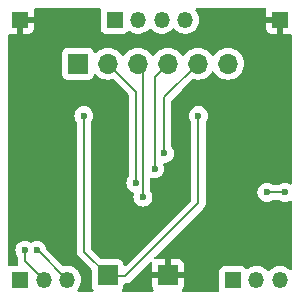
<source format=gbr>
%TF.GenerationSoftware,KiCad,Pcbnew,8.0.3*%
%TF.CreationDate,2024-07-13T19:45:59+02:00*%
%TF.ProjectId,Shift Register Board,53686966-7420-4526-9567-697374657220,rev?*%
%TF.SameCoordinates,Original*%
%TF.FileFunction,Copper,L1,Top*%
%TF.FilePolarity,Positive*%
%FSLAX46Y46*%
G04 Gerber Fmt 4.6, Leading zero omitted, Abs format (unit mm)*
G04 Created by KiCad (PCBNEW 8.0.3) date 2024-07-13 19:45:59*
%MOMM*%
%LPD*%
G01*
G04 APERTURE LIST*
%TA.AperFunction,ComponentPad*%
%ADD10R,1.350000X1.350000*%
%TD*%
%TA.AperFunction,ComponentPad*%
%ADD11O,1.350000X1.350000*%
%TD*%
%TA.AperFunction,ComponentPad*%
%ADD12R,1.700000X1.700000*%
%TD*%
%TA.AperFunction,ComponentPad*%
%ADD13O,1.700000X1.700000*%
%TD*%
%TA.AperFunction,ViaPad*%
%ADD14C,0.600000*%
%TD*%
%TA.AperFunction,Conductor*%
%ADD15C,0.200000*%
%TD*%
G04 APERTURE END LIST*
D10*
%TO.P,J5,1,Pin_1*%
%TO.N,GND*%
X74000000Y-61900000D03*
%TD*%
%TO.P,J4,1,Pin_1*%
%TO.N,GND*%
X52000000Y-61900000D03*
%TD*%
%TO.P,J2,1,Pin_1*%
%TO.N,Net-(J2-Pin_1)*%
X70000000Y-83900000D03*
D11*
%TO.P,J2,2,Pin_2*%
%TO.N,Net-(J2-Pin_2)*%
X72000000Y-83900000D03*
%TO.P,J2,3,Pin_3*%
%TO.N,Net-(J2-Pin_3)*%
X74000000Y-83900000D03*
%TD*%
D10*
%TO.P,J1,1,Pin_1*%
%TO.N,Net-(J1-Pin_1)*%
X59999999Y-61900000D03*
D11*
%TO.P,J1,2,Pin_2*%
%TO.N,Net-(J1-Pin_2)*%
X61999999Y-61900000D03*
%TO.P,J1,3,Pin_3*%
%TO.N,Net-(J1-Pin_3)*%
X63999999Y-61900000D03*
%TO.P,J1,4,Pin_4*%
%TO.N,Net-(J1-Pin_4)*%
X65999999Y-61900000D03*
%TD*%
D10*
%TO.P,J3,1,Pin_1*%
%TO.N,Net-(J3-Pin_1)*%
X52000000Y-83900000D03*
D11*
%TO.P,J3,2,Pin_2*%
%TO.N,Net-(J3-Pin_2)*%
X54000000Y-83900000D03*
%TO.P,J3,3,Pin_3*%
%TO.N,Net-(J3-Pin_3)*%
X56000000Y-83900000D03*
%TD*%
D12*
%TO.P,J6,1,Pin_1*%
%TO.N,DATA*%
X56900000Y-65600000D03*
D13*
%TO.P,J6,2,Pin_2*%
%TO.N,SR_CLK*%
X59440000Y-65600000D03*
%TO.P,J6,3,Pin_3*%
%TO.N,SR_CLR*%
X61979999Y-65600000D03*
%TO.P,J6,4,Pin_4*%
%TO.N,LOAD*%
X64520000Y-65600000D03*
%TO.P,J6,5,Pin_5*%
%TO.N,OE*%
X67060000Y-65600000D03*
%TO.P,J6,6,Pin_6*%
%TO.N,DATA_OUT*%
X69600000Y-65600000D03*
%TD*%
D12*
%TO.P,J8,1,Pin_1*%
%TO.N,GND*%
X64500000Y-83500000D03*
%TD*%
%TO.P,J7,1,Pin_1*%
%TO.N,+5V*%
X59400000Y-83500000D03*
%TD*%
D14*
%TO.N,GND*%
X54500000Y-68400000D03*
X65900000Y-68300000D03*
%TO.N,Net-(J2-Pin_3)*%
X72900000Y-76500000D03*
X74400000Y-76500000D03*
%TO.N,+5V*%
X67100000Y-70000000D03*
X57400000Y-70000000D03*
%TO.N,GND*%
X72800000Y-79400000D03*
X62400000Y-79400000D03*
%TO.N,SR_CLK*%
X61800000Y-75700000D03*
%TO.N,SR_CLR*%
X62400000Y-76900000D03*
%TO.N,LOAD*%
X63400000Y-74500000D03*
%TO.N,OE*%
X64200000Y-73200000D03*
%TO.N,Net-(J3-Pin_2)*%
X52400000Y-81400000D03*
%TO.N,Net-(J3-Pin_3)*%
X53400000Y-81400000D03*
%TD*%
D15*
%TO.N,+5V*%
X57400000Y-81500000D02*
X57400000Y-70000000D01*
X60900000Y-83600000D02*
X59500000Y-83600000D01*
X59500000Y-83600000D02*
X57400000Y-81500000D01*
X67100000Y-77400000D02*
X60900000Y-83600000D01*
X67100000Y-70000000D02*
X67100000Y-77400000D01*
%TO.N,Net-(J2-Pin_3)*%
X72900000Y-76500000D02*
X74400000Y-76500000D01*
%TO.N,OE*%
X64200000Y-68460000D02*
X64200000Y-73200000D01*
X67060000Y-65600000D02*
X64200000Y-68460000D01*
%TO.N,LOAD*%
X63400000Y-66720000D02*
X63400000Y-74500000D01*
X64520000Y-65600000D02*
X63400000Y-66720000D01*
%TO.N,SR_CLR*%
X62400000Y-66020001D02*
X62400000Y-76900000D01*
X61979999Y-65600000D02*
X62400000Y-66020001D01*
%TO.N,SR_CLK*%
X61800000Y-67960000D02*
X61800000Y-75700000D01*
X59440000Y-65600000D02*
X61800000Y-67960000D01*
%TO.N,Net-(J3-Pin_3)*%
X53500000Y-81400000D02*
X53400000Y-81400000D01*
X56000000Y-83900000D02*
X53500000Y-81400000D01*
%TO.N,Net-(J3-Pin_2)*%
X52400000Y-82300000D02*
X52400000Y-81400000D01*
X54000000Y-83900000D02*
X52400000Y-82300000D01*
%TD*%
%TA.AperFunction,Conductor*%
%TO.N,GND*%
G36*
X58800296Y-60920185D02*
G01*
X58846051Y-60972989D01*
X58855995Y-61042147D01*
X58849439Y-61067834D01*
X58830907Y-61117518D01*
X58824500Y-61177116D01*
X58824499Y-61177135D01*
X58824499Y-62622870D01*
X58824500Y-62622876D01*
X58830907Y-62682483D01*
X58881201Y-62817328D01*
X58881205Y-62817335D01*
X58967451Y-62932544D01*
X58967454Y-62932547D01*
X59082663Y-63018793D01*
X59082670Y-63018797D01*
X59217516Y-63069091D01*
X59217515Y-63069091D01*
X59224443Y-63069835D01*
X59277126Y-63075500D01*
X60722871Y-63075499D01*
X60782482Y-63069091D01*
X60917330Y-63018796D01*
X61032545Y-62932546D01*
X61094784Y-62849404D01*
X61150717Y-62807535D01*
X61220409Y-62802551D01*
X61277587Y-62832078D01*
X61288567Y-62842088D01*
X61288569Y-62842089D01*
X61288570Y-62842090D01*
X61473785Y-62956770D01*
X61473791Y-62956773D01*
X61496663Y-62965633D01*
X61676930Y-63035470D01*
X61891073Y-63075500D01*
X61891075Y-63075500D01*
X62108923Y-63075500D01*
X62108925Y-63075500D01*
X62323068Y-63035470D01*
X62526209Y-62956772D01*
X62711431Y-62842088D01*
X62872426Y-62695322D01*
X62901046Y-62657422D01*
X62957152Y-62615787D01*
X63026864Y-62611094D01*
X63088047Y-62644836D01*
X63098945Y-62657414D01*
X63127572Y-62695322D01*
X63288567Y-62842088D01*
X63288574Y-62842092D01*
X63288575Y-62842093D01*
X63473785Y-62956770D01*
X63473791Y-62956773D01*
X63496663Y-62965633D01*
X63676930Y-63035470D01*
X63891073Y-63075500D01*
X63891075Y-63075500D01*
X64108923Y-63075500D01*
X64108925Y-63075500D01*
X64323068Y-63035470D01*
X64526209Y-62956772D01*
X64711431Y-62842088D01*
X64872426Y-62695322D01*
X64901046Y-62657422D01*
X64957152Y-62615787D01*
X65026864Y-62611094D01*
X65088047Y-62644836D01*
X65098945Y-62657414D01*
X65127572Y-62695322D01*
X65288567Y-62842088D01*
X65288574Y-62842092D01*
X65288575Y-62842093D01*
X65473785Y-62956770D01*
X65473791Y-62956773D01*
X65496663Y-62965633D01*
X65676930Y-63035470D01*
X65891073Y-63075500D01*
X65891075Y-63075500D01*
X66108923Y-63075500D01*
X66108925Y-63075500D01*
X66323068Y-63035470D01*
X66526209Y-62956772D01*
X66711431Y-62842088D01*
X66872426Y-62695322D01*
X67003711Y-62521472D01*
X67100816Y-62326459D01*
X67160434Y-62116923D01*
X67180535Y-61900000D01*
X67160434Y-61683077D01*
X67100816Y-61473541D01*
X67003711Y-61278528D01*
X66872426Y-61104678D01*
X66872425Y-61104677D01*
X66868971Y-61100103D01*
X66870912Y-61098636D01*
X66844877Y-61045266D01*
X66853057Y-60975877D01*
X66897452Y-60921925D01*
X66963969Y-60900540D01*
X66967126Y-60900500D01*
X72733791Y-60900500D01*
X72800830Y-60920185D01*
X72846585Y-60972989D01*
X72856529Y-61042147D01*
X72849973Y-61067834D01*
X72831402Y-61117623D01*
X72831401Y-61117627D01*
X72825000Y-61177155D01*
X72825000Y-61650000D01*
X73684314Y-61650000D01*
X73679920Y-61654394D01*
X73627259Y-61745606D01*
X73600000Y-61847339D01*
X73600000Y-61952661D01*
X73627259Y-62054394D01*
X73679920Y-62145606D01*
X73684314Y-62150000D01*
X72825000Y-62150000D01*
X72825000Y-62622844D01*
X72831401Y-62682372D01*
X72831403Y-62682379D01*
X72881645Y-62817086D01*
X72881649Y-62817093D01*
X72967809Y-62932187D01*
X72967812Y-62932190D01*
X73082906Y-63018350D01*
X73082913Y-63018354D01*
X73217620Y-63068596D01*
X73217627Y-63068598D01*
X73277155Y-63074999D01*
X73277172Y-63075000D01*
X73750000Y-63075000D01*
X73750000Y-62215686D01*
X73754394Y-62220080D01*
X73845606Y-62272741D01*
X73947339Y-62300000D01*
X74052661Y-62300000D01*
X74154394Y-62272741D01*
X74245606Y-62220080D01*
X74250000Y-62215686D01*
X74250000Y-63075000D01*
X74722828Y-63075000D01*
X74722844Y-63074999D01*
X74782372Y-63068598D01*
X74782376Y-63068597D01*
X74832166Y-63050027D01*
X74901858Y-63045043D01*
X74963181Y-63078528D01*
X74996666Y-63139851D01*
X74999500Y-63166209D01*
X74999500Y-75706921D01*
X74979815Y-75773960D01*
X74927011Y-75819715D01*
X74857853Y-75829659D01*
X74809528Y-75811915D01*
X74749523Y-75774211D01*
X74579254Y-75714631D01*
X74579249Y-75714630D01*
X74400004Y-75694435D01*
X74399996Y-75694435D01*
X74220750Y-75714630D01*
X74220745Y-75714631D01*
X74050476Y-75774211D01*
X73897736Y-75870185D01*
X73894903Y-75872445D01*
X73892724Y-75873334D01*
X73891842Y-75873889D01*
X73891744Y-75873734D01*
X73830217Y-75898855D01*
X73817588Y-75899500D01*
X73482412Y-75899500D01*
X73415373Y-75879815D01*
X73405097Y-75872445D01*
X73402263Y-75870185D01*
X73402262Y-75870184D01*
X73309528Y-75811915D01*
X73249523Y-75774211D01*
X73079254Y-75714631D01*
X73079249Y-75714630D01*
X72900004Y-75694435D01*
X72899996Y-75694435D01*
X72720750Y-75714630D01*
X72720745Y-75714631D01*
X72550476Y-75774211D01*
X72397737Y-75870184D01*
X72270184Y-75997737D01*
X72174211Y-76150476D01*
X72114631Y-76320745D01*
X72114630Y-76320750D01*
X72094435Y-76499996D01*
X72094435Y-76500003D01*
X72114630Y-76679249D01*
X72114631Y-76679254D01*
X72174211Y-76849523D01*
X72205926Y-76899996D01*
X72270184Y-77002262D01*
X72397738Y-77129816D01*
X72550478Y-77225789D01*
X72618306Y-77249523D01*
X72720745Y-77285368D01*
X72720750Y-77285369D01*
X72899996Y-77305565D01*
X72900000Y-77305565D01*
X72900004Y-77305565D01*
X73079249Y-77285369D01*
X73079252Y-77285368D01*
X73079255Y-77285368D01*
X73249522Y-77225789D01*
X73402262Y-77129816D01*
X73402267Y-77129810D01*
X73405097Y-77127555D01*
X73407275Y-77126665D01*
X73408158Y-77126111D01*
X73408255Y-77126265D01*
X73469783Y-77101145D01*
X73482412Y-77100500D01*
X73817588Y-77100500D01*
X73884627Y-77120185D01*
X73894903Y-77127555D01*
X73897736Y-77129814D01*
X73897738Y-77129816D01*
X74050478Y-77225789D01*
X74118306Y-77249523D01*
X74220745Y-77285368D01*
X74220750Y-77285369D01*
X74399996Y-77305565D01*
X74400000Y-77305565D01*
X74400004Y-77305565D01*
X74579249Y-77285369D01*
X74579252Y-77285368D01*
X74579255Y-77285368D01*
X74749522Y-77225789D01*
X74809527Y-77188084D01*
X74876763Y-77169084D01*
X74943599Y-77189451D01*
X74988813Y-77242718D01*
X74999500Y-77293078D01*
X74999500Y-82939687D01*
X74979815Y-83006726D01*
X74927011Y-83052481D01*
X74857853Y-83062425D01*
X74794297Y-83033400D01*
X74791963Y-83031325D01*
X74756213Y-82998735D01*
X74711432Y-82957912D01*
X74711425Y-82957908D01*
X74711423Y-82957906D01*
X74526213Y-82843229D01*
X74526207Y-82843226D01*
X74441113Y-82810260D01*
X74323069Y-82764530D01*
X74108926Y-82724500D01*
X73891074Y-82724500D01*
X73676931Y-82764530D01*
X73633896Y-82781202D01*
X73473792Y-82843226D01*
X73473786Y-82843229D01*
X73288576Y-82957906D01*
X73288566Y-82957913D01*
X73127573Y-83104676D01*
X73098953Y-83142576D01*
X73042844Y-83184211D01*
X72973132Y-83188902D01*
X72911950Y-83155159D01*
X72901047Y-83142576D01*
X72872426Y-83104676D01*
X72711433Y-82957913D01*
X72711423Y-82957906D01*
X72526213Y-82843229D01*
X72526207Y-82843226D01*
X72441113Y-82810260D01*
X72323069Y-82764530D01*
X72108926Y-82724500D01*
X71891074Y-82724500D01*
X71676931Y-82764530D01*
X71633896Y-82781202D01*
X71473792Y-82843226D01*
X71473786Y-82843229D01*
X71288565Y-82957913D01*
X71277585Y-82967923D01*
X71214780Y-82998537D01*
X71145393Y-82990336D01*
X71094785Y-82950594D01*
X71057108Y-82900265D01*
X71032546Y-82867454D01*
X71032544Y-82867453D01*
X71032544Y-82867452D01*
X70917335Y-82781206D01*
X70917328Y-82781202D01*
X70782482Y-82730908D01*
X70782483Y-82730908D01*
X70722883Y-82724501D01*
X70722881Y-82724500D01*
X70722873Y-82724500D01*
X70722864Y-82724500D01*
X69277129Y-82724500D01*
X69277123Y-82724501D01*
X69217516Y-82730908D01*
X69082671Y-82781202D01*
X69082664Y-82781206D01*
X68967455Y-82867452D01*
X68967452Y-82867455D01*
X68881206Y-82982664D01*
X68881202Y-82982671D01*
X68830908Y-83117517D01*
X68824501Y-83177116D01*
X68824500Y-83177135D01*
X68824500Y-84622870D01*
X68824501Y-84622876D01*
X68830908Y-84682481D01*
X68849440Y-84732166D01*
X68854424Y-84801858D01*
X68820939Y-84863181D01*
X68759616Y-84896666D01*
X68733258Y-84899500D01*
X65810947Y-84899500D01*
X65743908Y-84879815D01*
X65698153Y-84827011D01*
X65688209Y-84757853D01*
X65711681Y-84701189D01*
X65793350Y-84592093D01*
X65793354Y-84592086D01*
X65843596Y-84457379D01*
X65843598Y-84457372D01*
X65849999Y-84397844D01*
X65850000Y-84397827D01*
X65850000Y-83750000D01*
X64933012Y-83750000D01*
X64965925Y-83692993D01*
X65000000Y-83565826D01*
X65000000Y-83434174D01*
X64965925Y-83307007D01*
X64933012Y-83250000D01*
X65850000Y-83250000D01*
X65850000Y-82602172D01*
X65849999Y-82602155D01*
X65843598Y-82542627D01*
X65843596Y-82542620D01*
X65793354Y-82407913D01*
X65793350Y-82407906D01*
X65707190Y-82292812D01*
X65707187Y-82292809D01*
X65592093Y-82206649D01*
X65592086Y-82206645D01*
X65457379Y-82156403D01*
X65457372Y-82156401D01*
X65397844Y-82150000D01*
X64750000Y-82150000D01*
X64750000Y-83066988D01*
X64692993Y-83034075D01*
X64565826Y-83000000D01*
X64434174Y-83000000D01*
X64307007Y-83034075D01*
X64250000Y-83066988D01*
X64250000Y-82150000D01*
X63602155Y-82150000D01*
X63542627Y-82156401D01*
X63542620Y-82156403D01*
X63518835Y-82165274D01*
X63449143Y-82170257D01*
X63387820Y-82136770D01*
X63354337Y-82075446D01*
X63359323Y-82005754D01*
X63387821Y-81961412D01*
X67468713Y-77880521D01*
X67468716Y-77880520D01*
X67580520Y-77768716D01*
X67630639Y-77681904D01*
X67659577Y-77631785D01*
X67700500Y-77479057D01*
X67700500Y-77320943D01*
X67700500Y-70582412D01*
X67720185Y-70515373D01*
X67727555Y-70505097D01*
X67729810Y-70502267D01*
X67729816Y-70502262D01*
X67825789Y-70349522D01*
X67885368Y-70179255D01*
X67905565Y-70000000D01*
X67885368Y-69820745D01*
X67825789Y-69650478D01*
X67729816Y-69497738D01*
X67602262Y-69370184D01*
X67449523Y-69274211D01*
X67279254Y-69214631D01*
X67279249Y-69214630D01*
X67100004Y-69194435D01*
X67099996Y-69194435D01*
X66920750Y-69214630D01*
X66920745Y-69214631D01*
X66750476Y-69274211D01*
X66597737Y-69370184D01*
X66470184Y-69497737D01*
X66374211Y-69650476D01*
X66314631Y-69820745D01*
X66314630Y-69820750D01*
X66294435Y-69999996D01*
X66294435Y-70000003D01*
X66314630Y-70179249D01*
X66314631Y-70179254D01*
X66374211Y-70349523D01*
X66470185Y-70502263D01*
X66472445Y-70505097D01*
X66473334Y-70507275D01*
X66473889Y-70508158D01*
X66473734Y-70508255D01*
X66498855Y-70569783D01*
X66499500Y-70582412D01*
X66499500Y-77099902D01*
X66479815Y-77166941D01*
X66463181Y-77187583D01*
X60962180Y-82688584D01*
X60900857Y-82722069D01*
X60831165Y-82717085D01*
X60775232Y-82675213D01*
X60750815Y-82609749D01*
X60750630Y-82604589D01*
X60750499Y-82602141D01*
X60750499Y-82602128D01*
X60744091Y-82542517D01*
X60740088Y-82531785D01*
X60693797Y-82407671D01*
X60693793Y-82407664D01*
X60607547Y-82292455D01*
X60607544Y-82292452D01*
X60492335Y-82206206D01*
X60492328Y-82206202D01*
X60357482Y-82155908D01*
X60357483Y-82155908D01*
X60297883Y-82149501D01*
X60297881Y-82149500D01*
X60297873Y-82149500D01*
X60297865Y-82149500D01*
X58950097Y-82149500D01*
X58883058Y-82129815D01*
X58862416Y-82113181D01*
X58036819Y-81287584D01*
X58003334Y-81226261D01*
X58000500Y-81199903D01*
X58000500Y-70582412D01*
X58020185Y-70515373D01*
X58027555Y-70505097D01*
X58029810Y-70502267D01*
X58029816Y-70502262D01*
X58125789Y-70349522D01*
X58185368Y-70179255D01*
X58205565Y-70000000D01*
X58185368Y-69820745D01*
X58125789Y-69650478D01*
X58029816Y-69497738D01*
X57902262Y-69370184D01*
X57749523Y-69274211D01*
X57579254Y-69214631D01*
X57579249Y-69214630D01*
X57400004Y-69194435D01*
X57399996Y-69194435D01*
X57220750Y-69214630D01*
X57220745Y-69214631D01*
X57050476Y-69274211D01*
X56897737Y-69370184D01*
X56770184Y-69497737D01*
X56674211Y-69650476D01*
X56614631Y-69820745D01*
X56614630Y-69820750D01*
X56594435Y-69999996D01*
X56594435Y-70000003D01*
X56614630Y-70179249D01*
X56614631Y-70179254D01*
X56674211Y-70349523D01*
X56770185Y-70502263D01*
X56772445Y-70505097D01*
X56773334Y-70507275D01*
X56773889Y-70508158D01*
X56773734Y-70508255D01*
X56798855Y-70569783D01*
X56799500Y-70582412D01*
X56799500Y-81413330D01*
X56799499Y-81413348D01*
X56799499Y-81579054D01*
X56799498Y-81579054D01*
X56840423Y-81731785D01*
X56869358Y-81781900D01*
X56869359Y-81781904D01*
X56869360Y-81781904D01*
X56919479Y-81868714D01*
X56919481Y-81868717D01*
X57038349Y-81987585D01*
X57038355Y-81987590D01*
X58013181Y-82962416D01*
X58046666Y-83023739D01*
X58049500Y-83050097D01*
X58049500Y-84397870D01*
X58049501Y-84397876D01*
X58055908Y-84457483D01*
X58106202Y-84592328D01*
X58106206Y-84592335D01*
X58187695Y-84701189D01*
X58212113Y-84766653D01*
X58197262Y-84834926D01*
X58147857Y-84884332D01*
X58088429Y-84899500D01*
X56967127Y-84899500D01*
X56900088Y-84879815D01*
X56854333Y-84827011D01*
X56844389Y-84757853D01*
X56870373Y-84700955D01*
X56868972Y-84699897D01*
X56872427Y-84695322D01*
X57003712Y-84521472D01*
X57100817Y-84326459D01*
X57160435Y-84116923D01*
X57180536Y-83900000D01*
X57160435Y-83683077D01*
X57100817Y-83473541D01*
X57003712Y-83278528D01*
X56872427Y-83104678D01*
X56845016Y-83079690D01*
X56755996Y-82998537D01*
X56711432Y-82957912D01*
X56711428Y-82957909D01*
X56711423Y-82957906D01*
X56526213Y-82843229D01*
X56526207Y-82843226D01*
X56441113Y-82810260D01*
X56323069Y-82764530D01*
X56108926Y-82724500D01*
X55891074Y-82724500D01*
X55891073Y-82724500D01*
X55772209Y-82746718D01*
X55702694Y-82739686D01*
X55661745Y-82712510D01*
X54213663Y-81264428D01*
X54184303Y-81217704D01*
X54125789Y-81050478D01*
X54029816Y-80897738D01*
X53902262Y-80770184D01*
X53834027Y-80727309D01*
X53749523Y-80674211D01*
X53579254Y-80614631D01*
X53579249Y-80614630D01*
X53400004Y-80594435D01*
X53399996Y-80594435D01*
X53220750Y-80614630D01*
X53220737Y-80614633D01*
X53050479Y-80674209D01*
X52965971Y-80727309D01*
X52898734Y-80746309D01*
X52834029Y-80727309D01*
X52749520Y-80674209D01*
X52579262Y-80614633D01*
X52579249Y-80614630D01*
X52400004Y-80594435D01*
X52399996Y-80594435D01*
X52220750Y-80614630D01*
X52220745Y-80614631D01*
X52050476Y-80674211D01*
X51897737Y-80770184D01*
X51770184Y-80897737D01*
X51674211Y-81050476D01*
X51614631Y-81220745D01*
X51614630Y-81220750D01*
X51594435Y-81399996D01*
X51594435Y-81400003D01*
X51614630Y-81579249D01*
X51614631Y-81579254D01*
X51674211Y-81749523D01*
X51694555Y-81781900D01*
X51749104Y-81868714D01*
X51770185Y-81902263D01*
X51772445Y-81905097D01*
X51773334Y-81907275D01*
X51773889Y-81908158D01*
X51773734Y-81908255D01*
X51798855Y-81969783D01*
X51799500Y-81982412D01*
X51799500Y-82213330D01*
X51799499Y-82213348D01*
X51799499Y-82379054D01*
X51799498Y-82379054D01*
X51840423Y-82531785D01*
X51844299Y-82538498D01*
X51860773Y-82606398D01*
X51837922Y-82672426D01*
X51783001Y-82715617D01*
X51736913Y-82724500D01*
X51277129Y-82724500D01*
X51277123Y-82724501D01*
X51217514Y-82730909D01*
X51167832Y-82749439D01*
X51098140Y-82754423D01*
X51036817Y-82720937D01*
X51003333Y-82659613D01*
X51000500Y-82633257D01*
X51000500Y-64702135D01*
X55549500Y-64702135D01*
X55549500Y-66497870D01*
X55549501Y-66497876D01*
X55555908Y-66557483D01*
X55606202Y-66692328D01*
X55606206Y-66692335D01*
X55692452Y-66807544D01*
X55692455Y-66807547D01*
X55807664Y-66893793D01*
X55807671Y-66893797D01*
X55942517Y-66944091D01*
X55942516Y-66944091D01*
X55949444Y-66944835D01*
X56002127Y-66950500D01*
X57797872Y-66950499D01*
X57857483Y-66944091D01*
X57992331Y-66893796D01*
X58107546Y-66807546D01*
X58193796Y-66692331D01*
X58242810Y-66560916D01*
X58284681Y-66504984D01*
X58350145Y-66480566D01*
X58418418Y-66495417D01*
X58446673Y-66516569D01*
X58568599Y-66638495D01*
X58665384Y-66706265D01*
X58762165Y-66774032D01*
X58762167Y-66774033D01*
X58762170Y-66774035D01*
X58976337Y-66873903D01*
X59204592Y-66935063D01*
X59381034Y-66950500D01*
X59439999Y-66955659D01*
X59440000Y-66955659D01*
X59440001Y-66955659D01*
X59498966Y-66950500D01*
X59675408Y-66935063D01*
X59803757Y-66900672D01*
X59873606Y-66902335D01*
X59923531Y-66932766D01*
X61163181Y-68172416D01*
X61196666Y-68233739D01*
X61199500Y-68260097D01*
X61199500Y-75117587D01*
X61179815Y-75184626D01*
X61172450Y-75194896D01*
X61170186Y-75197734D01*
X61074211Y-75350476D01*
X61014631Y-75520745D01*
X61014630Y-75520750D01*
X60994435Y-75699996D01*
X60994435Y-75700003D01*
X61014630Y-75879249D01*
X61014631Y-75879254D01*
X61074211Y-76049523D01*
X61137646Y-76150478D01*
X61170184Y-76202262D01*
X61297738Y-76329816D01*
X61396452Y-76391842D01*
X61450478Y-76425789D01*
X61571633Y-76468183D01*
X61628409Y-76508905D01*
X61654157Y-76573858D01*
X61647721Y-76626179D01*
X61614632Y-76720742D01*
X61614630Y-76720750D01*
X61594435Y-76899996D01*
X61594435Y-76900003D01*
X61614630Y-77079249D01*
X61614631Y-77079254D01*
X61674211Y-77249523D01*
X61770184Y-77402262D01*
X61897738Y-77529816D01*
X62050478Y-77625789D01*
X62210877Y-77681915D01*
X62220745Y-77685368D01*
X62220750Y-77685369D01*
X62399996Y-77705565D01*
X62400000Y-77705565D01*
X62400004Y-77705565D01*
X62579249Y-77685369D01*
X62579252Y-77685368D01*
X62579255Y-77685368D01*
X62749522Y-77625789D01*
X62902262Y-77529816D01*
X63029816Y-77402262D01*
X63125789Y-77249522D01*
X63185368Y-77079255D01*
X63185369Y-77079249D01*
X63205565Y-76900003D01*
X63205565Y-76899996D01*
X63185369Y-76720750D01*
X63185368Y-76720745D01*
X63125788Y-76550476D01*
X63084878Y-76485368D01*
X63029816Y-76397738D01*
X63029814Y-76397736D01*
X63029813Y-76397734D01*
X63027550Y-76394896D01*
X63026659Y-76392715D01*
X63026111Y-76391842D01*
X63026264Y-76391745D01*
X63001144Y-76330209D01*
X63000500Y-76317587D01*
X63000500Y-75383062D01*
X63020185Y-75316023D01*
X63072989Y-75270268D01*
X63142147Y-75260324D01*
X63165448Y-75266018D01*
X63220745Y-75285368D01*
X63220748Y-75285368D01*
X63220750Y-75285369D01*
X63399996Y-75305565D01*
X63400000Y-75305565D01*
X63400004Y-75305565D01*
X63579249Y-75285369D01*
X63579252Y-75285368D01*
X63579255Y-75285368D01*
X63749522Y-75225789D01*
X63902262Y-75129816D01*
X64029816Y-75002262D01*
X64125789Y-74849522D01*
X64185368Y-74679255D01*
X64205565Y-74500000D01*
X64185368Y-74320745D01*
X64185367Y-74320743D01*
X64185366Y-74320737D01*
X64131176Y-74165871D01*
X64127614Y-74096092D01*
X64162342Y-74035465D01*
X64224336Y-74003237D01*
X64234325Y-74001697D01*
X64315336Y-73992569D01*
X64379249Y-73985369D01*
X64379252Y-73985368D01*
X64379255Y-73985368D01*
X64549522Y-73925789D01*
X64702262Y-73829816D01*
X64829816Y-73702262D01*
X64925789Y-73549522D01*
X64985368Y-73379255D01*
X65005565Y-73200000D01*
X64985368Y-73020745D01*
X64925789Y-72850478D01*
X64829816Y-72697738D01*
X64829814Y-72697736D01*
X64829813Y-72697734D01*
X64827550Y-72694896D01*
X64826659Y-72692715D01*
X64826111Y-72691842D01*
X64826264Y-72691745D01*
X64801144Y-72630209D01*
X64800500Y-72617587D01*
X64800500Y-68760097D01*
X64820185Y-68693058D01*
X64836819Y-68672416D01*
X65698971Y-67810264D01*
X66576470Y-66932764D01*
X66637791Y-66899281D01*
X66696242Y-66900672D01*
X66751990Y-66915609D01*
X66824592Y-66935063D01*
X67001034Y-66950500D01*
X67059999Y-66955659D01*
X67060000Y-66955659D01*
X67060001Y-66955659D01*
X67118966Y-66950500D01*
X67295408Y-66935063D01*
X67523663Y-66873903D01*
X67737830Y-66774035D01*
X67931401Y-66638495D01*
X68098495Y-66471401D01*
X68228425Y-66285842D01*
X68283002Y-66242217D01*
X68352500Y-66235023D01*
X68414855Y-66266546D01*
X68431575Y-66285842D01*
X68561500Y-66471395D01*
X68561505Y-66471401D01*
X68728599Y-66638495D01*
X68825384Y-66706265D01*
X68922165Y-66774032D01*
X68922167Y-66774033D01*
X68922170Y-66774035D01*
X69136337Y-66873903D01*
X69364592Y-66935063D01*
X69541034Y-66950500D01*
X69599999Y-66955659D01*
X69600000Y-66955659D01*
X69600001Y-66955659D01*
X69658966Y-66950500D01*
X69835408Y-66935063D01*
X70063663Y-66873903D01*
X70277830Y-66774035D01*
X70471401Y-66638495D01*
X70638495Y-66471401D01*
X70774035Y-66277830D01*
X70873903Y-66063663D01*
X70935063Y-65835408D01*
X70955659Y-65600000D01*
X70935063Y-65364592D01*
X70873903Y-65136337D01*
X70774035Y-64922171D01*
X70768425Y-64914158D01*
X70638494Y-64728597D01*
X70471402Y-64561506D01*
X70471395Y-64561501D01*
X70277834Y-64425967D01*
X70277830Y-64425965D01*
X70277828Y-64425964D01*
X70063663Y-64326097D01*
X70063659Y-64326096D01*
X70063655Y-64326094D01*
X69835413Y-64264938D01*
X69835403Y-64264936D01*
X69600001Y-64244341D01*
X69599999Y-64244341D01*
X69364596Y-64264936D01*
X69364586Y-64264938D01*
X69136344Y-64326094D01*
X69136335Y-64326098D01*
X68922171Y-64425964D01*
X68922169Y-64425965D01*
X68728597Y-64561505D01*
X68561505Y-64728597D01*
X68431575Y-64914158D01*
X68376998Y-64957783D01*
X68307500Y-64964977D01*
X68245145Y-64933454D01*
X68228425Y-64914158D01*
X68098494Y-64728597D01*
X67931402Y-64561506D01*
X67931395Y-64561501D01*
X67737834Y-64425967D01*
X67737830Y-64425965D01*
X67737828Y-64425964D01*
X67523663Y-64326097D01*
X67523659Y-64326096D01*
X67523655Y-64326094D01*
X67295413Y-64264938D01*
X67295403Y-64264936D01*
X67060001Y-64244341D01*
X67059999Y-64244341D01*
X66824596Y-64264936D01*
X66824586Y-64264938D01*
X66596344Y-64326094D01*
X66596335Y-64326098D01*
X66382171Y-64425964D01*
X66382169Y-64425965D01*
X66188597Y-64561505D01*
X66021505Y-64728597D01*
X65891575Y-64914158D01*
X65836998Y-64957783D01*
X65767500Y-64964977D01*
X65705145Y-64933454D01*
X65688425Y-64914158D01*
X65558494Y-64728597D01*
X65391402Y-64561506D01*
X65391395Y-64561501D01*
X65197834Y-64425967D01*
X65197830Y-64425965D01*
X65197828Y-64425964D01*
X64983663Y-64326097D01*
X64983659Y-64326096D01*
X64983655Y-64326094D01*
X64755413Y-64264938D01*
X64755403Y-64264936D01*
X64520001Y-64244341D01*
X64519999Y-64244341D01*
X64284596Y-64264936D01*
X64284586Y-64264938D01*
X64056344Y-64326094D01*
X64056335Y-64326098D01*
X63842171Y-64425964D01*
X63842169Y-64425965D01*
X63648597Y-64561505D01*
X63481508Y-64728594D01*
X63351574Y-64914160D01*
X63296997Y-64957784D01*
X63227498Y-64964977D01*
X63165144Y-64933455D01*
X63148424Y-64914159D01*
X63018493Y-64728597D01*
X62851401Y-64561506D01*
X62851394Y-64561501D01*
X62657833Y-64425967D01*
X62657829Y-64425965D01*
X62657827Y-64425964D01*
X62443662Y-64326097D01*
X62443658Y-64326096D01*
X62443654Y-64326094D01*
X62215412Y-64264938D01*
X62215402Y-64264936D01*
X61980000Y-64244341D01*
X61979998Y-64244341D01*
X61744595Y-64264936D01*
X61744585Y-64264938D01*
X61516343Y-64326094D01*
X61516334Y-64326098D01*
X61302170Y-64425964D01*
X61302168Y-64425965D01*
X61108596Y-64561505D01*
X60941507Y-64728594D01*
X60811574Y-64914158D01*
X60756997Y-64957782D01*
X60687498Y-64964975D01*
X60625144Y-64933453D01*
X60608424Y-64914157D01*
X60478494Y-64728597D01*
X60311402Y-64561506D01*
X60311395Y-64561501D01*
X60117834Y-64425967D01*
X60117830Y-64425965D01*
X60117828Y-64425964D01*
X59903663Y-64326097D01*
X59903659Y-64326096D01*
X59903655Y-64326094D01*
X59675413Y-64264938D01*
X59675403Y-64264936D01*
X59440001Y-64244341D01*
X59439999Y-64244341D01*
X59204596Y-64264936D01*
X59204586Y-64264938D01*
X58976344Y-64326094D01*
X58976335Y-64326098D01*
X58762171Y-64425964D01*
X58762169Y-64425965D01*
X58568600Y-64561503D01*
X58446673Y-64683430D01*
X58385350Y-64716914D01*
X58315658Y-64711930D01*
X58259725Y-64670058D01*
X58242810Y-64639081D01*
X58193797Y-64507671D01*
X58193793Y-64507664D01*
X58107547Y-64392455D01*
X58107544Y-64392452D01*
X57992335Y-64306206D01*
X57992328Y-64306202D01*
X57857482Y-64255908D01*
X57857483Y-64255908D01*
X57797883Y-64249501D01*
X57797881Y-64249500D01*
X57797873Y-64249500D01*
X57797864Y-64249500D01*
X56002129Y-64249500D01*
X56002123Y-64249501D01*
X55942516Y-64255908D01*
X55807671Y-64306202D01*
X55807664Y-64306206D01*
X55692455Y-64392452D01*
X55692452Y-64392455D01*
X55606206Y-64507664D01*
X55606202Y-64507671D01*
X55555908Y-64642517D01*
X55549501Y-64702116D01*
X55549500Y-64702135D01*
X51000500Y-64702135D01*
X51000500Y-63166209D01*
X51020185Y-63099170D01*
X51072989Y-63053415D01*
X51142147Y-63043471D01*
X51167834Y-63050027D01*
X51217623Y-63068597D01*
X51217627Y-63068598D01*
X51277155Y-63074999D01*
X51277172Y-63075000D01*
X51750000Y-63075000D01*
X51750000Y-62215686D01*
X51754394Y-62220080D01*
X51845606Y-62272741D01*
X51947339Y-62300000D01*
X52052661Y-62300000D01*
X52154394Y-62272741D01*
X52245606Y-62220080D01*
X52250000Y-62215686D01*
X52250000Y-63075000D01*
X52722828Y-63075000D01*
X52722844Y-63074999D01*
X52782372Y-63068598D01*
X52782379Y-63068596D01*
X52917086Y-63018354D01*
X52917093Y-63018350D01*
X53032187Y-62932190D01*
X53032190Y-62932187D01*
X53118350Y-62817093D01*
X53118354Y-62817086D01*
X53168596Y-62682379D01*
X53168598Y-62682372D01*
X53174999Y-62622844D01*
X53175000Y-62622827D01*
X53175000Y-62150000D01*
X52315686Y-62150000D01*
X52320080Y-62145606D01*
X52372741Y-62054394D01*
X52400000Y-61952661D01*
X52400000Y-61847339D01*
X52372741Y-61745606D01*
X52320080Y-61654394D01*
X52315686Y-61650000D01*
X53175000Y-61650000D01*
X53175000Y-61177172D01*
X53174999Y-61177155D01*
X53168598Y-61117627D01*
X53168597Y-61117623D01*
X53150027Y-61067834D01*
X53145043Y-60998142D01*
X53178528Y-60936819D01*
X53239851Y-60903334D01*
X53266209Y-60900500D01*
X58733257Y-60900500D01*
X58800296Y-60920185D01*
G37*
%TD.AperFunction*%
%TA.AperFunction,Conductor*%
G36*
X63092425Y-82359322D02*
G01*
X63148358Y-82401194D01*
X63172775Y-82466658D01*
X63165274Y-82518835D01*
X63156403Y-82542620D01*
X63156401Y-82542627D01*
X63150000Y-82602155D01*
X63150000Y-83250000D01*
X64066988Y-83250000D01*
X64034075Y-83307007D01*
X64000000Y-83434174D01*
X64000000Y-83565826D01*
X64034075Y-83692993D01*
X64066988Y-83750000D01*
X63150000Y-83750000D01*
X63150000Y-84397844D01*
X63156401Y-84457372D01*
X63156403Y-84457379D01*
X63206645Y-84592086D01*
X63206649Y-84592093D01*
X63288319Y-84701189D01*
X63312737Y-84766653D01*
X63297886Y-84834926D01*
X63248481Y-84884332D01*
X63189053Y-84899500D01*
X60711571Y-84899500D01*
X60644532Y-84879815D01*
X60598777Y-84827011D01*
X60588833Y-84757853D01*
X60612305Y-84701189D01*
X60693793Y-84592335D01*
X60693792Y-84592335D01*
X60693796Y-84592331D01*
X60744091Y-84457483D01*
X60750500Y-84397873D01*
X60750500Y-84324501D01*
X60770185Y-84257462D01*
X60822989Y-84211707D01*
X60874500Y-84200501D01*
X60979054Y-84200501D01*
X60979057Y-84200501D01*
X61131785Y-84159577D01*
X61181904Y-84130639D01*
X61268716Y-84080520D01*
X61380520Y-83968716D01*
X61380520Y-83968714D01*
X61390728Y-83958507D01*
X61390730Y-83958504D01*
X62961412Y-82387821D01*
X63022733Y-82354338D01*
X63092425Y-82359322D01*
G37*
%TD.AperFunction*%
%TD*%
M02*

</source>
